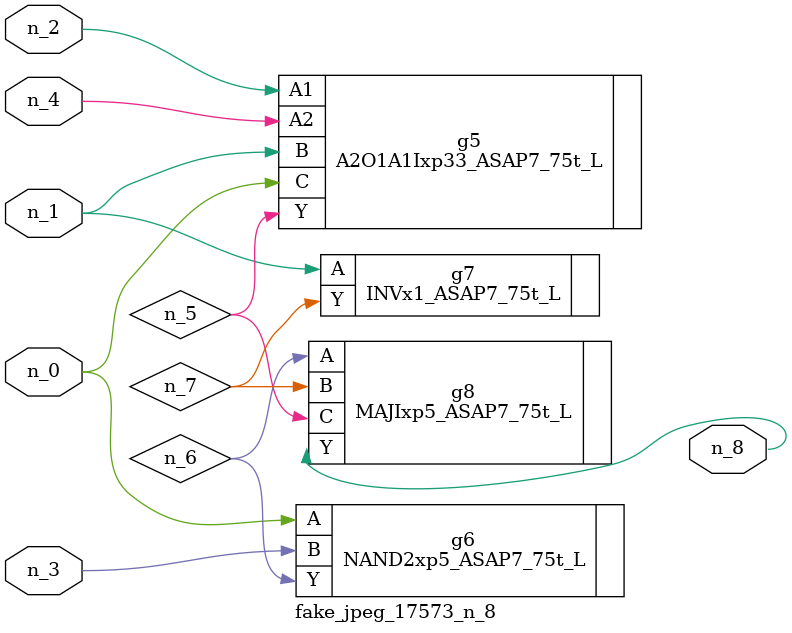
<source format=v>
module fake_jpeg_17573_n_8 (n_3, n_2, n_1, n_0, n_4, n_8);

input n_3;
input n_2;
input n_1;
input n_0;
input n_4;

output n_8;

wire n_6;
wire n_5;
wire n_7;

A2O1A1Ixp33_ASAP7_75t_L g5 ( 
.A1(n_2),
.A2(n_4),
.B(n_1),
.C(n_0),
.Y(n_5)
);

NAND2xp5_ASAP7_75t_L g6 ( 
.A(n_0),
.B(n_3),
.Y(n_6)
);

INVx1_ASAP7_75t_L g7 ( 
.A(n_1),
.Y(n_7)
);

MAJIxp5_ASAP7_75t_L g8 ( 
.A(n_6),
.B(n_7),
.C(n_5),
.Y(n_8)
);


endmodule
</source>
